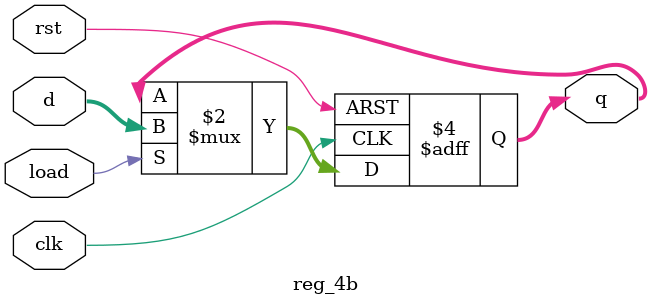
<source format=v>
module reg_4b (
    input clk,
    input rst,
    input load,
    input [3:0] d,
    output reg [3:0] q
);
always @(posedge clk or posedge rst) begin
    if (rst)
        q <= 4'b0;
    else if (load)
        q <= d;
end
endmodule

</source>
